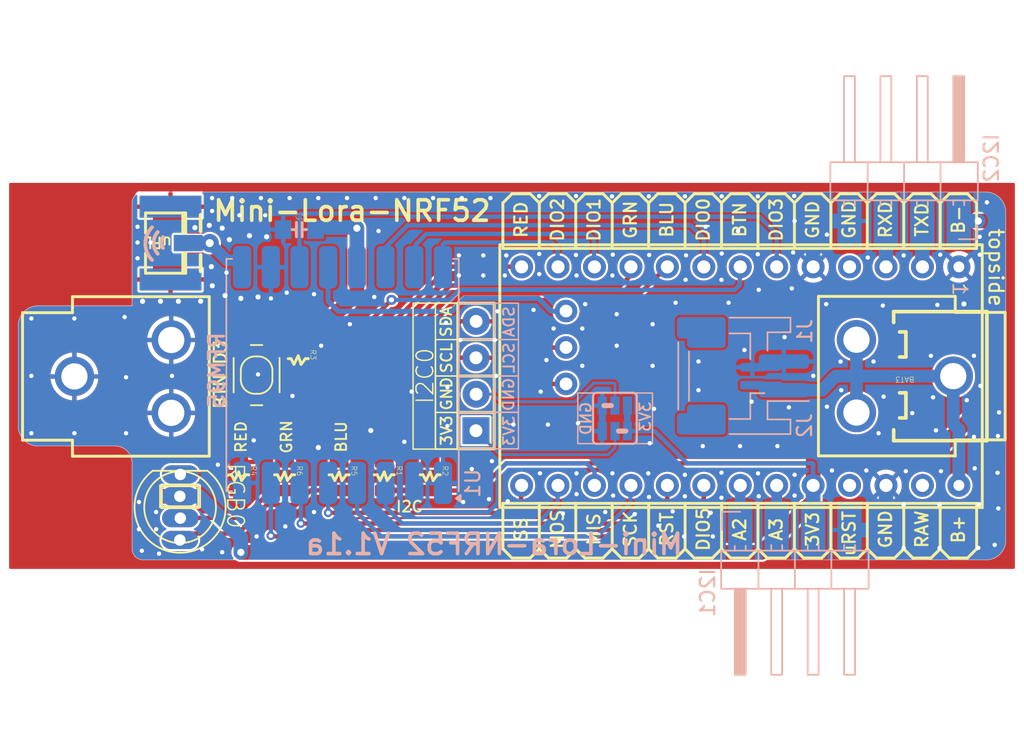
<source format=kicad_pcb>
(kicad_pcb (version 20240108) (generator "pcbnew") (generator_version "8.0")
  (layers (0 "F.Cu" signal) (31 "B.Cu" signal) (34 "B.Paste" user) (35 "F.Paste" user) (36 "B.SilkS" user "B.Silkscreen") (37 "F.SilkS" user "F.Silkscreen") (38 "B.Mask" user) (39 "F.Mask" user) (44 "Edge.Cuts" user))
  (net 0 "")
  (net 1 "GND")
  (net 2 "+BATT")
  (net 3 "+3V3")
  (net 4 "/D3")
  (net 5 "/SCL")
  (net 6 "Net-(I2C0-Pad2)")
  (net 7 "/SDA")
  (net 8 "Net-(I2C0-Pad1)")
  (net 9 "Net-(U1-ANT)")
  (net 10 "/GREEN")
  (net 11 "/BLUE")
  (net 12 "/RED")
  (net 14 "/MOSI")
  (net 15 "/TX")
  (net 16 "/DIO2")
  (net 17 "/SCK")
  (net 18 "VCC")
  (net 19 "/MISO")
  (net 20 "/A2")
  (net 21 "/RESET")
  (net 22 "/SS")
  (net 24 "/RX")
  (net 25 "/DIO0")
  (net 26 "/DIO1")
  (net 27 "/A3")
  (net 28 "Net-(RGB0-RED)")
  (net 29 "Net-(RGB0-BLUE)")
  (net 30 "Net-(RGB0-GREEN)")
  (net 31 "/DIO3")
  (net 32 "/DIO4")
  (net 33 "/DIO5")
  (footprint "Mini-Lora:0805-RES" (layer "F.Cu") (at 136.45 112 -90)
    (property "Reference" "R5")
    (property "Value" "100")
  )
  (footprint "Mini-Lora:SW4-SMD-4.2X3.2X2.5MM" (layer "F.Cu") (at 130.7 104.95 90)
    (property "Reference" "BTN0" (hide yes))
    (property "Value" "DHT-4235A")
  )
  (footprint "Mini-Lora:0805-RES" (layer "F.Cu") (at 129.45 112 -90)
    (property "Reference" "R4")
    (property "Value" "220")
  )
  (footprint "Mini-Lora:0805-RES" (layer "F.Cu") (at 133.6 103.9 -90)
    (property "Reference" "R3")
    (property "Value" "10K")
  )
  (footprint "Mini-Lora:0805-RES" (layer "F.Cu") (at 139.6 112 -90)
    (property "Reference" "R1")
    (property "Value" "4.7K")
  )
  (footprint "Curtis_Items:BATTERY_18650-HOLDER" (layer "F.Cu") (at 148.63 105.03 180)
    (property "Reference" "BAT3")
    (property "Value" "18650")
  )
  (footprint "Mini-Lora:SMA_UFL_PAD_TINY" (layer "F.Cu") (at 122.3505 95.74 180)
    (property "Reference" "J$2" (hide yes))
    (property "Value" "ANTENNATINY")
  )
  (footprint "Mini-Lora:LED5MMRGB_ST" (layer "F.Cu") (at 125.3659 114.162 -90)
    (property "Reference" "RGB0")
    (property "Value" "RGBLED")
  )
  (footprint "Mini-Lora:0805-RES" (layer "F.Cu") (at 132.65 112 -90)
    (property "Reference" "R6")
    (property "Value" "100")
  )
  (footprint "Mini-Lora:1X04_NO_LOCK" (layer "F.Cu") (at 145.86665 105.01 90)
    (property "Reference" "I2C0")
    (property "Value" "CON_HEADER_1X04'NO_LOCK'" (hide yes))
  )
  (footprint "Mini-Lora:0805-RES" (layer "F.Cu") (at 142.8 112 -90)
    (property "Reference" "R2")
    (property "Value" "4.7K")
  )
  (footprint "Curtis_Items:SuperMini NRF52840" (layer "F.Cu") (at 179.65 97.4 -90)
    (property "Reference" "MOD1" (hide yes))
    (property "Value" "~")
  )
  (footprint "Curtis_Items:PinHeader_1x04_P2.54mm_Horizontal_SMD" (layer "B.Cu") (at 164.41 115.75 -90)
    (property "Reference" "I2C1")
    (property "Value" "CON_HEADER_1X04'NO_LOCK'")
  )
  (footprint "Connector_JST:JST_GH_SM02B-GHS-TB_1x02-1MP_P1.25mm_Horizontal" (layer "B.Cu") (at 163.4 105.025 90)
    (property "Reference" "J2")
    (property "Value" "BATT")
  )
  (footprint "Mini-Lora:PAD-JUMPER-SWAP" (layer "B.Cu") (at 155.6737 107.961)
    (property "Reference" "U$1" (hide yes))
    (property "Value" "PAD-JUMPER-SWAPSWAP")
  )
  (footprint "RF_Module:HOPERF_RFM9XW_SMD" (layer "B.Cu") (at 136.689915 104.942894 90)
    (property "Reference" "U1")
    (property "Value" "RFM95W-915S2")
  )
  (footprint "Connector_JST:JST_PH_S2B-PH-SM4-TB_1x02-1MP_P2.00mm_Horizontal" (layer "B.Cu") (at 164.6 105 90)
    (property "Reference" "J1")
    (property "Value" "BATT")
  )
  (footprint "Curtis_Items:PinHeader_1x04_P2.54mm_Horizontal_SMD" (layer "B.Cu") (at 179.64 94.2 90)
    (property "Reference" "I2C2")
    (property "Value" "CON_HEADER_1X04'NO_LOCK'")
  )
  (footprint "Mini-Lora:0805-CAP-LARGEPADS" (layer "B.Cu") (at 133.673 94.8)
    (property "Reference" "C2")
    (property "Value" "10uF")
  )
  (gr_rect (start 144.78 105.01) (end 147.26365 107.5436) (stroke (width 0.1)) (fill none) (layer "B.SilkS"))
  (gr_rect (start 147.26365 99.93) (end 148.9456 102.47) (stroke (width 0.1)) (fill none) (layer "B.SilkS"))
  (gr_rect (start 147.26365 107.5436) (end 148.9456 110.09) (stroke (width 0.1)) (fill none) (layer "B.SilkS"))
  (gr_rect (start 144.78 107.5436) (end 147.26365 110.09) (stroke (width 0.1)) (fill none) (layer "B.SilkS"))
  (gr_rect (start 147.26365 105.01) (end 148.9456 107.5436) (stroke (width 0.1)) (fill none) (layer "B.SilkS"))
  (gr_rect (start 153.0858 106.1974) (end 158.2928 109.728) (stroke (width 0.1)) (fill none) (layer "B.SilkS"))
  (gr_rect (start 147.26365 102.47) (end 148.9456 105.01) (stroke (width 0.1)) (fill none) (layer "B.SilkS"))
  (gr_rect (start 144.78 102.4636) (end 147.26365 105.01) (stroke (width 0.1)) (fill none) (layer "B.SilkS"))
  (gr_rect (start 144.78 99.93) (end 147.26365 102.4636) (stroke (width 0.1)) (fill none) (layer "B.SilkS"))
  (gr_line (start 160.565915 117.068644) (end 161.200915 117.703644) (stroke (width 0.2032)) (layer "F.SilkS"))
  (gr_line (start 178.345915 92.938644) (end 178.345915 96.113644) (stroke (width 0.2032)) (layer "F.SilkS"))
  (gr_line (start 170.725915 92.938644) (end 170.090915 92.303644) (stroke (width 0.2032)) (layer "F.SilkS"))
  (gr_line (start 168.185915 92.938644) (end 168.185915 96.113644) (stroke (width 0.2032)) (layer "F.SilkS"))
  (gr_line (start 173.900915 92.303644) (end 173.265915 92.938644) (stroke (width 0.2032)) (layer "F.SilkS"))
  (gr_line (start 173.900915 117.703644) (end 175.170915 117.703644) (stroke (width 0.2032)) (layer "F.SilkS"))
  (gr_line (start 170.725915 113.893644) (end 168.185915 113.893644) (stroke (width 0.2032)) (layer "F.SilkS"))
  (gr_line (start 147.865915 117.068644) (end 148.500915 117.703644) (stroke (width 0.2032)) (layer "F.SilkS"))
  (gr_rect (start 143.164325 105.01) (end 144.72365 107.55) (stroke (width 0.1)) (fill none) (layer "F.SilkS"))
  (gr_line (start 175.805915 96.113644) (end 178.345915 96.113644) (stroke (width 0.2032)) (layer "F.SilkS"))
  (gr_line (start 150.405915 117.068644) (end 150.405915 113.893644) (stroke (width 0.2032)) (layer "F.SilkS"))
  (gr_line (start 180.885915 92.938644) (end 180.250915 92.303644) (stroke (width 0.2032)) (layer "F.SilkS"))
  (gr_line (start 173.265915 113.893644) (end 170.725915 113.893644) (stroke (width 0.2032)) (layer "F.SilkS"))
  (gr_line (start 157.390915 92.303644) (end 156.120915 92.303644) (stroke (width 0.2032)) (layer "F.SilkS"))
  (gr_line (start 158.025915 96.113644) (end 160.565915 96.113644) (stroke (width 0.2032)) (layer "F.SilkS"))
  (gr_line (start 152.945915 117.068644) (end 153.580915 117.703644) (stroke (width 0.2032)) (layer "F.SilkS"))
  (gr_rect (start 141.605 99.93) (end 144.72365 110.109) (stroke (width 0.1)) (fill none) (layer "F.SilkS"))
  (gr_line (start 147.865915 96.113644) (end 150.405915 96.113644) (stroke (width 0.2032)) (layer "F.SilkS"))
  (gr_line (start 175.805915 92.938644) (end 175.805915 96.113644) (stroke (width 0.2032)) (layer "F.SilkS"))
  (gr_line (start 173.265915 92.938644) (end 173.265915 96.113644) (stroke (width 0.2032)) (layer "F.SilkS"))
  (gr_line (start 180.250915 117.703644) (end 180.885915 117.068644) (stroke (width 0.2032)) (layer "F.SilkS"))
  (gr_line (start 158.025915 92.938644) (end 158.025915 96.113644) (stroke (width 0.2032)) (layer "F.SilkS"))
  (gr_line (start 158.025915 117.068644) (end 158.025915 113.893644) (stroke (width 0.2032)) (layer "F.SilkS"))
  (gr_line (start 159.930915 92.303644) (end 158.660915 92.303644) (stroke (width 0.2032)) (layer "F.SilkS"))
  (gr_line (start 150.405915 92.938644) (end 150.405915 96.113644) (stroke (width 0.2032)) (layer "F.SilkS"))
  (gr_line (start 163.105915 117.068644) (end 163.105915 113.893644) (stroke (width 0.2032)) (layer "F.SilkS"))
  (gr_line (start 167.550915 117.703644) (end 168.185915 117.068644) (stroke (width 0.2032)) (layer "F.SilkS"))
  (gr_line (start 178.345915 92.938644) (end 178.345915 96.113644) (stroke (width 0.2032)) (layer "F.SilkS"))
  (gr_line (start 149.770915 117.703644) (end 150.405915 117.068644) (stroke (width 0.2032)) (layer "F.SilkS"))
  (gr_line (start 171.360915 117.703644) (end 172.630915 117.703644) (stroke (width 0.2032)) (layer "F.SilkS"))
  (gr_line (start 160.565915 92.938644) (end 159.930915 92.303644) (stroke (width 0.2032)) (layer "F.SilkS"))
  (gr_line (start 155.485915 117.068644) (end 155.485915 113.893644) (stroke (width 0.2032)) (layer "F.SilkS"))
  (gr_rect (start 143.164325 99.93) (end 144.72365 110.109) (stroke (width 0.1)) (fill none) (layer "F.SilkS"))
  (gr_line (start 147.865915 117.068644) (end 147.865915 113.893644) (stroke (width 0.2032)) (layer "F.SilkS"))
  (gr_line (start 158.660915 117.703644) (end 159.930915 117.703644) (stroke (width 0.2032)) (layer "F.SilkS"))
  (gr_line (start 152.945915 96.113644) (end 155.485915 96.113644) (stroke (width 0.2032)) (layer "F.SilkS"))
  (gr_line (start 155.485915 92.938644) (end 155.485915 96.113644) (stroke (width 0.2032)) (layer "F.SilkS"))
  (gr_line (start 160.565915 96.113644) (end 163.105915 96.113644) (stroke (width 0.2032)) (layer "F.SilkS"))
  (gr_line (start 153.580915 92.303644) (end 152.945915 92.938644) (stroke (width 0.2032)) (layer "F.SilkS"))
  (gr_line (start 167.550915 92.303644) (end 166.280915 92.303644) (stroke (width 0.2032)) (layer "F.SilkS"))
  (gr_line (start 148.500915 117.703644) (end 149.770915 117.703644) (stroke (width 0.2032)) (layer "F.SilkS"))
  (gr_line (start 165.010915 92.303644) (end 163.740915 92.303644) (stroke (width 0.2032)) (layer "F.SilkS"))
  (gr_line (start 178.345915 92.938644) (end 177.710915 92.303644) (stroke (width 0.2032)) (layer "F.SilkS"))
  (gr_line (start 152.945915 113.893644) (end 150.405915 113.893644) (stroke (width 0.2032)) (layer "F.SilkS"))
  (gr_line (start 158.025915 117.068644) (end 158.660915 117.703644) (stroke (width 0.2032)) (layer "F.SilkS"))
  (gr_line (start 162.470915 117.703644) (end 163.105915 117.068644) (stroke (width 0.2032)) (layer "F.SilkS"))
  (gr_line (start 170.090915 92.303644) (end 168.820915 92.303644) (stroke (width 0.2032)) (layer "F.SilkS"))
  (gr_line (start 152.945915 92.938644) (end 152.945915 96.113644) (stroke (width 0.2032)) (layer "F.SilkS"))
  (gr_line (start 171.360915 92.303644) (end 170.725915 92.938644) (stroke (width 0.2032)) (layer "F.SilkS"))
  (gr_line (start 173.265915 96.113644) (end 175.805915 96.113644) (stroke (width 0.2032)) (layer "F.SilkS"))
  (gr_line (start 157.390915 117.703644) (end 158.025915 117.068644) (stroke (width 0.2032)) (layer "F.SilkS"))
  (gr_line (start 156.120915 92.303644) (end 155.485915 92.938644) (stroke (width 0.2032)) (layer "F.SilkS"))
  (gr_line (start 163.105915 113.893644) (end 160.565915 113.893644) (stroke (width 0.2032)) (layer "F.SilkS"))
  (gr_line (start 154.850915 92.303644) (end 153.580915 92.303644) (stroke (width 0.2032)) (layer "F.SilkS"))
  (gr_line (start 168.185915 113.893644) (end 165.645915 113.893644) (stroke (width 0.2032)) (layer "F.SilkS"))
  (gr_line (start 176.440915 92.303644) (end 175.805915 92.938644) (stroke (width 0.2032)) (layer "F.SilkS"))
  (gr_line (start 180.885915 92.938644) (end 180.885915 96.113644) (stroke (width 0.2032)) (layer "F.SilkS"))
  (gr_rect (start 143.164325 107.55) (end 144.72365 110.109) (stroke (width 0.1)) (fill none) (layer "F.SilkS"))
  (gr_line (start 163.105915 92.938644) (end 162.470915 92.303644) (stroke (width 0.2032)) (layer "F.SilkS"))
  (gr_line (start 175.805915 117.068644) (end 176.440915 117.703644) (stroke (width 0.2032)) (layer "F.SilkS"))
  (gr_line (start 165.010915 117.703644) (end 165.645915 117.068644) (stroke (width 0.2032)) (layer "F.SilkS"))
  (gr_line (start 151.040915 117.703644) (end 152.310915 117.703644) (stroke (width 0.2032)) (layer "F.SilkS"))
  (gr_line (start 178.345915 113.893644) (end 178.345915 117.068644) (stroke (width 0.2032)) (layer "F.SilkS"))
  (gr_line (start 180.885915 113.893644) (end 180.885915 117.068644) (stroke (width 0.2032)) (layer "F.SilkS"))
  (gr_line (start 175.805915 92.938644) (end 175.170915 92.303644) (stroke (width 0.2032)) (layer "F.SilkS"))
  (gr_line (start 152.310915 117.703644) (end 152.945915 117.068644) (stroke (width 0.2032)) (layer "F.SilkS"))
  (gr_line (start 180.250915 92.303644) (end 178.980915 92.303644) (stroke (width 0.2032)) (layer "F.SilkS"))
  (gr_line (start 150.405915 96.113644) (end 152.945915 96.113644) (stroke (width 0.2032)) (layer "F.SilkS"))
  (gr_line (start 155.485915 92.938644) (end 154.850915 92.303644) (stroke (width 0.2032)) (layer "F.SilkS"))
  (gr_line (start 156.120915 117.703644) (end 157.390915 117.703644) (stroke (width 0.2032)) (layer "F.SilkS"))
  (gr_line (start 163.105915 92.938644) (end 163.105915 96.113644) (stroke (width 0.2032)) (layer "F.SilkS"))
  (gr_line (start 160.565915 92.938644) (end 160.565915 96.113644) (stroke (width 0.2032)) (layer "F.SilkS"))
  (gr_line (start 155.485915 117.068644) (end 156.120915 117.703644) (stroke (width 0.2032)) (layer "F.SilkS"))
  (gr_line (start 168.820915 117.703644) (end 170.090915 117.703644) (stroke (width 0.2032)) (layer "F.SilkS"))
  (gr_rect (start 143.164325 102.47) (end 144.72365 105.01) (stroke (width 0.1)) (fill none) (layer "F.SilkS"))
  (gr_line (start 148.500915 92.303644) (end 147.865915 92.938644) (stroke (width 0.2032)) (layer "F.SilkS"))
  (gr_line (start 152.310915 92.303644) (end 151.040915 92.303644) (stroke (width 0.2032)) (layer "F.SilkS"))
  (gr_line (start 178.980915 92.303644) (end 178.345915 92.938644) (stroke (width 0.2032)) (layer "F.SilkS"))
  (gr_line (start 160.565915 113.893644) (end 155.485915 113.893644) (stroke (width 0.2032)) (layer "F.SilkS"))
  (gr_line (start 165.645915 92.938644) (end 165.010915 92.303644) (stroke (width 0.2032)) (layer "F.SilkS"))
  (gr_line (start 173.265915 117.068644) (end 173.900915 117.703644) (stroke (width 0.2032)) (layer "F.SilkS"))
  (gr_line (start 178.345915 96.113644) (end 180.885915 96.113644) (stroke (width 0.2032)) (layer "F.SilkS"))
  (gr_line (start 149.770915 92.303644) (end 148.500915 92.303644) (stroke (width 0.2032)) (layer "F.SilkS"))
  (gr_line (start 178.345915 113.893644) (end 175.805915 113.893644) (stroke (width 0.2032)) (layer "F.SilkS"))
  (gr_line (start 161.200915 117.703644) (end 162.470915 117.703644) (stroke (width 0.2032)) (layer "F.SilkS"))
  (gr_line (start 170.725915 117.068644) (end 171.360915 117.703644) (stroke (width 0.2032)) (layer "F.SilkS"))
  (gr_line (start 178.980915 117.703644) (end 180.250915 117.703644) (stroke (width 0.2032)) (layer "F.SilkS"))
  (gr_line (start 165.645915 96.113644) (end 165.645915 92.938644) (stroke (width 0.2032)) (layer "F.SilkS"))
  (gr_line (start 177.710915 92.303644) (end 176.440915 92.303644) (stroke (width 0.2032)) (layer "F.SilkS"))
  (gr_line (start 153.580915 117.703644) (end 154.850915 117.703644) (stroke (width 0.2032)) (layer "F.SilkS"))
  (gr_line (start 180.885915 113.893644) (end 178.345915 113.893644) (stroke (width 0.2032)) (layer "F.SilkS"))
  (gr_line (start 175.170915 92.303644) (end 173.900915 92.303644) (stroke (width 0.2032)) (layer "F.SilkS"))
  (gr_line (start 168.185915 117.068644) (end 168.820915 117.703644) (stroke (width 0.2032)) (layer "F.SilkS"))
  (gr_line (start 150.405915 117.068644) (end 151.040915 117.703644) (stroke (width 0.2032)) (layer "F.SilkS"))
  (gr_line (start 163.105915 96.113644) (end 168.185915 96.113644) (stroke (width 0.2032)) (layer "F.SilkS"))
  (gr_line (start 165.645915 113.893644) (end 163.105915 113.893644) (stroke (width 0.2032)) (layer "F.SilkS"))
  (gr_line (start 161.200915 92.303644) (end 160.565915 92.938644) (stroke (width 0.2032)) (layer "F.SilkS"))
  (gr_line (start 159.930915 117.703644) (end 160.565915 117.068644) (stroke (width 0.2032)) (layer "F.SilkS"))
  (gr_line (start 177.710915 117.703644) (end 178.345915 117.068644) (stroke (width 0.2032)) (layer "F.SilkS"))
  (gr_line (start 162.470915 92.303644) (end 161.200915 92.303644) (stroke (width 0.2032)) (layer "F.SilkS"))
  (gr_line (start 172.630915 117.703644) (end 173.265915 117.068644) (stroke (width 0.2032)) (layer "F.SilkS"))
  (gr_line (start 175.805915 113.893644) (end 173.265915 113.893644) (stroke (width 0.2032)) (layer "F.SilkS"))
  (gr_line (start 176.440915 117.703644) (end 177.710915 117.703644) (stroke (width 0.2032)) (layer "F.SilkS"))
  (gr_line (start 165.645915 117.068644) (end 166.280915 117.703644) (stroke (width 0.2032)) (layer "F.SilkS"))
  (gr_line (start 152.945915 92.938644) (end 152.310915 92.303644) (stroke (width 0.2032)) (layer "F.SilkS"))
  (gr_line (start 147.865915 96.113644) (end 147.865915 92.938644) (stroke (width 0.2032)) (layer "F.SilkS"))
  (gr_line (start 163.105915 117.068644) (end 163.740915 117.703644) (stroke (width 0.2032)) (layer "F.SilkS"))
  (gr_line (start 170.725915 92.938644) (end 170.725915 96.113644) (stroke (width 0.2032)) (layer "F.SilkS"))
  (gr_line (start 165.645915 117.068644) (end 165.645915 113.893644) (stroke (width 0.2032)) (layer "F.SilkS"))
  (gr_line (start 166.280915 92.303644) (end 165.645915 92.938644) (stroke (width 0.2032)) (layer "F.SilkS"))
  (gr_line (start 152.945915 117.068644) (end 152.945915 113.893644) (stroke (width 0.2032)) (layer "F.SilkS"))
  (gr_line (start 170.725915 96.113644) (end 173.265915 96.113644) (stroke (width 0.2032)) (layer "F.SilkS"))
  (gr_line (start 168.820915 92.303644) (end 168.185915 92.938644) (stroke (width 0.2032)) (layer "F.SilkS"))
  (gr_line (start 173.265915 92.938644) (end 172.630915 92.303644) (stroke (width 0.2032)) (layer "F.SilkS"))
  (gr_line (start 158.660915 92.303644) (end 158.025915 92.938644) (stroke (width 0.2032)) (layer "F.SilkS"))
  (gr_line (start 175.805915 117.068644) (end 175.805915 113.893644) (stroke (width 0.2032)) (layer "F.SilkS"))
  (gr_line (start 163.740915 117.703644) (end 165.010915 117.703644) (stroke (width 0.2032)) (layer "F.SilkS"))
  (gr_line (start 160.565915 113.893644) (end 160.565915 117.068644) (stroke (width 0.2032)) (layer "F.SilkS"))
  (gr_line (start 168.185915 92.938644) (end 167.550915 92.303644) (stroke (width 0.2032)) (layer "F.SilkS"))
  (gr_line (start 168.185915 117.068644) (end 168.185915 113.893644) (stroke (width 0.2032)) (layer "F.SilkS"))
  (gr_line (start 172.630915 92.303644) (end 171.360915 92.303644) (stroke (width 0.2032)) (layer "F.SilkS"))
  (gr_line (start 170.725915 117.068644) (end 170.725915 113.893644) (stroke (width 0.2032)) (layer "F.SilkS"))
  (gr_line (start 150.405915 92.938644) (end 149.770915 92.303644) (stroke (width 0.2032)) (layer "F.SilkS"))
  (gr_line (start 154.850915 117.703644) (end 155.485915 117.068644) (stroke (width 0.2032)) (layer "F.SilkS"))
  (gr_line (start 163.740915 92.303644) (end 163.105915 92.938644) (stroke (width 0.2032)) (layer "F.SilkS"))
  (gr_line (start 150.405915 113.893644) (end 147.865915 113.893644) (stroke (width 0.2032)) (layer "F.SilkS"))
  (gr_line (start 173.265915 117.068644) (end 173.265915 113.893644) (stroke (width 0.2032)) (layer "F.SilkS"))
  (gr_line (start 151.040915 92.303644) (end 150.405915 92.938644) (stroke (width 0.2032)) (layer "F.SilkS"))
  (gr_line (start 178.345915 117.068644) (end 178.980915 117.703644) (stroke (width 0.2032)) (layer "F.SilkS"))
  (gr_line (start 170.090915 117.703644) (end 170.725915 117.068644) (stroke (width 0.2032)) (layer "F.SilkS"))
  (gr_line (start 168.185915 96.113644) (end 170.725915 96.113644) (stroke (width 0.2032)) (layer "F.SilkS"))
  (gr_line (start 166.280915 117.703644) (end 167.550915 117.703644) (stroke (width 0.2032)) (layer "F.SilkS"))
  (gr_line (start 155.485915 113.893644) (end 152.945915 113.893644) (stroke (width 0.2032)) (layer "F.SilkS"))
  (gr_line (start 158.025915 92.938644) (end 157.390915 92.303644) (stroke (width 0.2032)) (layer "F.SilkS"))
  (gr_line (start 175.170915 117.703644) (end 175.805915 117.068644) (stroke (width 0.2032)) (layer "F.SilkS"))
  (gr_line (start 155.485915 96.113644) (end 158.025915 96.113644) (stroke (width 0.2032)) (layer "F.SilkS"))
  (gr_arc (start 182.917915 116.433644) (mid 182.540493 117.408321) (end 181.584415 117.830644) (stroke (width 0.0254)) (layer "Edge.Cuts"))
  (gr_arc (start 114.083915 101.511144) (mid 114.493087 100.523316) (end 115.480915 100.114144) (stroke (width 0.0254)) (layer "Edge.Cuts"))
  (gr_line (start 122.783415 92.176644) (end 122.751665 92.176644) (stroke (width 0.0254)) (layer "Edge.Cuts"))
  (gr_line (start 122.021415 100.114144) (end 115.480915 100.114144) (stroke (width 0.0254)) (layer "Edge.Cuts"))
  (gr_arc (start 115.480915 109.893144) (mid 114.493087 109.483972) (end 114.083915 108.496144) (stroke (width 0.0254)) (layer "Edge.Cuts"))
  (gr_line (start 181.489165 92.176644) (end 122.783415 92.176644) (stroke (width 0.0254)) (layer "Edge.Cuts"))
  (gr_line (start 122.021415 92.938644) (end 122.021415 100.114144) (stroke (width 0.0254)) (layer "Edge.Cuts"))
  (gr_arc (start 122.783415 117.830644) (mid 122.2446 117.607459) (end 122.021415 117.068644) (stroke (width 0.0254)) (layer "Edge.Cuts"))
  (gr_line (start 120.814915 109.893144) (end 115.480915 109.893144) (stroke (width 0.0254)) (layer "Edge.Cuts"))
  (gr_line (start 122.783415 117.830644) (end 181.584415 117.830644) (stroke (width 0.0254)) (layer "Edge.Cuts"))
  (gr_line (start 182.917915 116.433644) (end 182.917915 93.573644) (stroke (width 0.0254)) (layer "Edge.Cuts"))
  (gr_arc (start 120.814915 109.893144) (mid 121.654888 110.21477) (end 122.021415 111.036144) (stroke (width 0.0254)) (layer "Edge.Cuts"))
  (gr_arc (start 122.021415 92.938644) (mid 122.2446 92.399829) (end 122.783415 92.176644) (stroke (width 0.0254)) (layer "Edge.Cuts"))
  (gr_line (start 122.021415 111.036144) (end 122.021415 117.068644) (stroke (width 0.0254)) (layer "Edge.Cuts"))
  (gr_line (start 114.083915 101.511144) (end 114.083915 108.496144) (stroke (width 0.0254)) (layer "Edge.Cuts"))
  (gr_arc (start 181.489165 92.176644) (mid 182.492868 92.57924) (end 182.917915 93.573644) (stroke (width 0.0254)) (layer "Edge.Cuts"))
  (gr_text "Mini-Lora-NRF52 V1.1a" (at 147.25 116.75 0) (layer "B.SilkS") (effects (font (size 1.42494 1.42494) (thickness 0.25146)) (justify mirror)))
  (gr_text "SDA" (at 148.2852 101.219 90) (layer "B.SilkS") (effects (font (size 0.75565 0.75565) (thickness 0.13335)) (justify mirror)))
  (gr_text "3V3" (at 157.7848 107.8484 90) (layer "B.SilkS") (effects (font (size 0.75565 0.75565) (thickness 0.13335)) (justify mirror)))
  (gr_text "SCL" (at 148.2852 103.7336 90) (layer "B.SilkS") (effects (font (size 0.75565 0.75565) (thickness 0.13335)) (justify mirror)))
  (gr_text "3V3" (at 148.2852 108.839 90) (layer "B.SilkS") (effects (font (size 0.75565 0.75565) (thickness 0.13335)) (justify mirror)))
  (gr_text "GND" (at 153.6446 107.9754 90) (layer "B.SilkS") (effects (font (size 0.75565 0.75565) (thickness 0.13335)) (justify mirror)))
  (gr_text "GND" (at 148.2598 106.299 90) (layer "B.SilkS") (effects (font (size 0.75565 0.75565) (thickness 0.13335)) (justify mirror)))
  (gr_text "RFM95" (at 128.55 101.85 90) (layer "B.SilkS") (effects (font (size 1.0795 1.0795) (thickness 0.1905)) (justify left bottom mirror)))
  (gr_text "3V3" (at 143.9418 108.8136 90) (layer "F.SilkS") (effects (font (size 0.75565 0.75565) (thickness 0.13335))))
  (gr_text "RED" (at 129.609665 109.258144 90) (layer "F.SilkS") (effects (font (size 0.75565 0.75565) (thickness 0.13335))))
  (gr_text "GND" (at 171.990665 94.111644 90) (layer "F.SilkS") (effects (font (size 0.8636 0.8636) (thickness 0.1524))))
  (gr_text "uRST" (at 172 116 90) (layer "F.SilkS") (effects (font (size 0.8636 0.8636) (thickness 0.1524))))
  (gr_text "BLU" (at 136.594665 109.258144 90) (layer "F.SilkS") (effects (font (size 0.75565 0.75565) (thickness 0.13335))))
  (gr_text "SDA" (at 143.9164 101.219 90) (layer "F.SilkS") (effects (font (size 0.75565 0.75565) (thickness 0.13335))))
  (gr_text "Mini-Lora-NRF52" (at 137.35 93.5 0) (layer "F.SilkS") (effects (font (size 1.42494 1.42494) (thickness 0.25146))))
  (gr_text "BTN D3" (at 128.186165 104.910144 90) (layer "F.SilkS") (effects (font (size 0.8636 0.8636) (thickness 0.1524))))
  (gr_text "A2" (at 164.370665 115.701644 90) (layer "F.SilkS") (effects (font (size 0.8636 0.8636) (thickness 0.1524))))
  (gr_text "RAW" (at 177.070665 115.701644 90) (layer "F.SilkS") (effects (font (size 0.8636 0.8636) (thickness 0.1524))))
  (gr_text "B+" (at 179.610665 115.701644 90) (layer "F.SilkS") (effects (font (size 0.8636 0.8636) (thickness 0.1524))))
  (gr_text "DIO3" (at 166.910665 94.111644 90) (layer "F.SilkS") (effects (font (size 0.8636 0.8636) (thickness 0.1524))))
  (gr_text "B-" (at 179.610665 94.111644 90) (layer "F.SilkS") (effects (font (size 0.8636 0.8636) (thickness 0.1524))))
  (gr_text "BLU" (at 159.290665 94.111644 90) (layer "F.SilkS") (effects (font (size 0.8636 0.8636) (thickness 0.1524))))
  (gr_text "DIO2" (at 151.670665 94.111644 90) (layer "F.SilkS") (effects (font (size 0.8636 0.8636) (thickness 0.1524))))
  (gr_text "A3" (at 166.910665 115.701644 90) (layer "F.SilkS") (effects (font (size 0.8636 0.8636) (thickness 0.1524))))
  (gr_text "DIO1" (at 154.210665 94.111644 90) (layer "F.SilkS") (effects (font (size 0.8636 0.8636) (thickness 0.1524))))
  (gr_text "RST" (at 159.290665 115.701644 90) (layer "F.SilkS") (effects (font (size 0.8636 0.8636) (thickness 0.1524))))
  (gr_text "MOS" (at 151.670665 115.701644 90) (layer "F.SilkS") (effects (font (size 0.8636 0.8636) (thickness 0.1524))))
  (gr_text "GND" (at 169.450665 94.111644 90) (layer "F.SilkS") (effects (font (size 0.8636 0.8636) (thickness 0.1524))))
  (gr_text "BTN" (at 164.370665 94.111644 90) (layer "F.SilkS") (effects (font (size 0.8636 0.8636) (thickness 0.1524))))
  (gr_text "GRN" (at 132.784665 109.258144 90) (layer "F.SilkS") (effects (font (size 0.75565 0.75565) (thickness 0.13335))))
  (gr_text "GND" (at 143.9418 106.2482 90) (layer "F.SilkS") (effects (font (size 0.75565 0.75565) (thickness 0.13335))))
  (gr_text "DIO5" (at 161.830665 115.701644 90) (layer "F.SilkS") (effects (font (size 0.8636 0.8636) (thickness 0.1524))))
  (gr_text "RXD" (at 174.530665 94.111644 90) (layer "F.SilkS") (effects (font (size 0.8636 0.8636) (thickness 0.1524))))
  (gr_text "3V3" (at 169.450665 115.701644 90) (layer "F.SilkS") (effects (font (size 0.8636 0.8636) (thickness 0.1524))))
  (gr_text "TXD" (at 177.070665 94.111644 90) (layer "F.SilkS") (effects (font (size 0.8636 0.8636) (thickness 0.1524))))
  (gr_text "SCK" (at 156.750665 115.701644 90) (layer "F.SilkS") (effects (font (size 0.8636 0.8636) (thickness 0.1524))))
  (gr_text "RED" (at 149.130665 94.111644 90) (layer "F.SilkS") (effects (font (size 0.8636 0.8636) (thickness 0.1524))))
  (gr_text "GND" (at 174.530665 115.701644 90) (layer "F.SilkS") (effects (font (size 0.8636 0.8636) (thickness 0.1524))))
  (gr_text "MIS" (at 154.210665 115.701644 90) (layer "F.SilkS") (effects (font (size 0.8636 0.8636) (thickness 0.1524))))
  (gr_text "SCL" (at 143.9418 103.759 90) (layer "F.SilkS") (effects (font (size 0.75565 0.75565) (thickness 0.13335))))
  (gr_text "GRN" (at 156.750665 94.111644 90) (layer "F.SilkS") (effects (font (size 0.8636 0.8636) (thickness 0.1524))))
  (gr_text "SS" (at 149.130665 115.701644 90) (layer "F.SilkS") (effects (font (size 0.8636 0.8636) (thickness 0.1524))))
  (gr_text "I2C" (at 141.351 114.1222 0) (layer "F.SilkS") (effects (font (size 0.75565 0.75565) (thickness 0.13335))))
  (gr_text "DIO0" (at 161.830665 94.111644 90) (layer "F.SilkS") (effects (font (size 0.8636 0.8636) (thickness 0.1524))))
  (segment (start 117.830415 105.003644) (end 117.862915 105.003644) (width 0.3048) (layer "F.Cu") (net 1))
  (segment (start 117.862915 105.003644) (end 117.999915 104.993644) (width 0.3048) (layer "F.Cu") (net 1))
  (via (at 160.55 113.4) (size 0.6) (drill 0.3) (layers "F.Cu" "B.Cu") (net 1))
  (via (at 124 99.796644) (size 0.7112) (drill 0.3556) (layers "F.Cu" "B.Cu") (net 1))
  (via (at 128.6 97.8) (size 0.6) (drill 0.3) (layers "F.Cu" "B.Cu") (net 1))
  (via (at 152.05 114.6) (size 0.6) (drill 0.3) (layers "F.Cu" "B.Cu") (net 1))
  (via (at 164.7 103.2) (size 0.6) (drill 0.3) (layers "F.Cu" "B.Cu") (net 1))
  (via (at 148 98) (size 0.6) (drill 0.3) (layers "F.Cu" "B.Cu") (net 1))
  (via (at 161.5 104) (size 0.6) (drill 0.3) (layers "F.Cu" "B.Cu") (net 1))
  (via (at 131.4 95.3) (size 0.7112) (drill 0.3556) (layers "F.Cu" "B.Cu") (net 1))
  (via (at 122.4 96.8) (size 0.6) (drill 0.3) (layers "F.Cu" "B.Cu") (net 1))
  (via (at 134.7 99.3) (size 0.6) (drill 0.3) (layers "F.Cu" "B.Cu") (net 1))
  (via (at 127.545915 97.383644) (size 0.7112) (drill 0.3556) (layers "F.Cu" "B.Cu") (net 1))
  (via (at 137.2 101.4) (size 0.6) (drill 0.3) (layers "F.Cu" "B.Cu") (net 1))
  (via (at 152.9588 92.456) (size 0.6) (drill 0.3) (layers "F.Cu" "B.Cu") (net 1))
  (via (at 173.3 96.75) (size 0.6) (drill 0.3) (layers "F.Cu" "B.Cu") (net 1))
  (via (at 181 117) (size 0.6) (drill 0.3) (layers "F.Cu" "B.Cu") (net 1))
  (via (at 147 92.6) (size 0.6) (drill 0.3) (layers "F.Cu" "B.Cu") (net 1))
  (via (at 132.7 115.5) (size 0.6) (drill 0.3) (layers "F.Cu" "B.Cu") (net 1))
  (via (at 164.4 109.9) (size 0.6) (drill 0.3) (layers "F.Cu" "B.Cu") (net 1))
  (via (at 158.3 101.4) (size 0.6) (drill 0.3) (layers "F.Cu" "B.Cu") (net 1))
  (via (at 163.1188 96.4692) (size 0.6) (drill 0.3) (layers "F.Cu" "B.Cu") (net 1))
  (via (at 182.1434 116.7892) (size 0.6) (drill 0.3) (layers "F.Cu" "B.Cu") (net 1))
  (via (at 130.5 109.5) (size 0.6) (drill 0.3) (layers "F.Cu" "B.Cu") (net 1))
  (via (at 121.6 109) (size 0.6) (drill 0.3) (layers "F.Cu" "B.Cu") (net 1))
  (via (at 148.1 96.6) (size 0.6) (drill 0.3) (layers "F.Cu" "B.Cu") (net 1))
  (via (at 167.5 102.3) (size 0.6) (drill 0.3) (layers "F.Cu" "B.Cu") (net 1))
  (via (at 181.6 92.9) (size 0.6) (drill 0.3) (layers "F.Cu" "B.Cu") (net 1))
  (via (at 165.6334 92.4814) (size 0.6) (drill 0.3) (layers "F.Cu" "B.Cu") (net 1))
  (via (at 170.45 107.15) (size 0.6) (drill 0.3) (layers "F.Cu" "B.Cu") (net 1))
  (via (at 133.2 106.4) (size 0.6) (drill 0.3) (layers "F.Cu" "B.Cu") (net 1))
  (via (at 144 108.5) (size 0.6) (drill 0.3) (layers "F.Cu" "B.Cu") (net 1))
  (via (at 146.5 98) (size 0.6) (drill 0.3) (layers "F.Cu" "B.Cu") (net 1))
  (via (at 182.45 107.55) (size 0.6) (drill 0.3) (layers "F.Cu" "B.Cu") (net 1))
  (via (at 134.7 114.5) (size 0.6) (drill 0.3) (layers "F.Cu" "B.Cu") (net 1))
  (via (at 115 105) (size 0.6) (drill 0.3) (layers "F.Cu" "B.Cu") (net 1))
  (via (at 161.8 109.9) (size 0.6) (drill 0.3) (layers "F.Cu" "B.Cu") (net 1))
  (via (at 137 92.6) (size 0.6) (drill 0.3) (layers "F.Cu" "B.Cu") (net 1))
  (via (at 147.4 105) (size 0.6) (drill 0.3) (layers "F.Cu" "B.Cu") (net 1))
  (via (at 130.8 99.5) (size 0.7112) (drill 0.3556) (layers "F.Cu" "B.Cu") (net 1))
  (via (at 162.35 114.55) (size 0.6) (drill 0.3) (layers "F.Cu" "B.Cu") (net 1))
  (via (at 171.45 106) (size 0.6) (drill 0.3) (layers "F.Cu" "B.Cu") (net 1))
  (via (at 122.75 99.8) (size 0.7112) (drill 0.3556) (layers "F.Cu" "B.Cu") (net 1))
  (via (at 157.05 114.65) (size 0.6) (drill 0.3) (layers "F.Cu" "B.Cu") (net 1))
  (via (at 144.8 98) (size 0.6) (drill 0.3) (layers "F.Cu" "B.Cu") (net 1))
  (via (at 148.6 108.4) (size 0.6) (drill 0.3) (layers "F.Cu" "B.Cu") (net 1))
  (via (at 122.5 115.7) (size 0.6) (drill 0.3) (layers "F.Cu" "B.Cu") (net 1))
  (via (at 146.5 96.6) (size 0.6) (drill 0.3) (layers "F.Cu" "B.Cu") (net 1))
  (via (at 150.9 103.9) (size 0.6) (drill 0.3) (layers "F.Cu" "B.Cu") (net 1))
  (via (at 145.1 113.8) (size 0.6) (drill 0.3) (layers "F.Cu" "B.Cu") (net 1))
  (via (at 181.05 113.95) (size 0.6) (drill 0.3) (layers "F.Cu" "B.Cu") (net 1))
  (via (at 178.15 100.05) (size 0.6) (drill 0.3) (layers "F.Cu" "B.Cu") (net 1))
  (via (at 151.4 101.7) (size 0.6) (drill 0.3) (layers "F.Cu" "B.Cu") (net 1))
  (via (at 175.8 96.6) (size 0.6) (drill 0.3) (layers "F.Cu" "B.Cu") (net 1))
  (via (at 170.4 100) (size 0.6) (drill 0.3) (layers "F.Cu" "B.Cu") (net 1))
  (via (at 168.0972 96.393) (size 0.6) (drill 0.3) (layers "F.Cu" "B.Cu") (net 1))
  (via (at 174.4 106.45) (size 0.6) (drill 0.3) (layers "F.Cu" "B.Cu") (net 1))
  (via (at 158.05 113.45) (size 0.6) (drill 0.3) (layers "F.Cu" "B.Cu") (net 1))
  (via (at 124.8 105) (size 0.6) (drill 0.3) (layers "F.Cu" "B.Cu") (net 1))
  (via (at 181.15 105.7) (size 0.6) (drill 0.3) (layers "F.Cu" "B.Cu") (net 1))
  (via (at 121.6 105.1) (size 0.6) (drill 0.3) (layers "F.Cu" "B.Cu") (net 1))
  (via (at 129.5 93.8) (size 0.6) (drill 0.3) (layers "F.Cu" "B.Cu") (net 1))
  (via (at 165.2 106.8) (size 0.6) (drill 0.3) (layers "F.Cu" "B.Cu") (net 1))
  (via (at 158.0388 92.4814) (size 0.6) (drill 0.3) (layers "F.Cu" "B.Cu") (net 1))
  (via (at 127.609415 98.717144) (size 0.7112) (drill 0.3556) (layers "F.Cu" "B.Cu") (net 1))
  (via (at 169.5 105) (size 0.6) (drill 0.3) (layers "F.Cu" "B.Cu") (net 1))
  (via (at 162 94.6) (size 0.6) (drill 0.3) (layers "F.Cu" "B.Cu") (net 1))
  (via (at 150.4 97.9) (size 0.6) (drill 0.3) (layers "F.Cu" "B.Cu") (net 1))
  (via (at 150.3934 92.456) (size 0.6) (drill 0.3) (layers "F.Cu" "B.Cu") (net 1))
  (via (at 160.6296 96.5962) (size 0.6) (drill 0.3) (layers "F.Cu" "B.Cu") (net 1))
  (via (at 159.7 114.45) (size 0.6) (drill 0.3) (layers "F.Cu" "B.Cu") (net 1))
  (via (at 163.1 113.5) (size 0.6) (drill 0.3) (layers "F.Cu" "B.Cu") (net 1))
  (via (at 118 109) (size 0.6) (drill 0.3) (layers "F.Cu" "B.Cu") (net 1))
  (via (at 126.8 99.796644) (size 0.7112) (drill 0.3556) (layers "F.Cu" "B.Cu") (net 1))
  (via (at 138.9 99.5) (size 0.6) (drill 0.3) (layers "F.Cu" "B.Cu") (net 1))
  (via (at 158.0642 96.5708) (size 0.6) (drill 0.3) (layers "F.Cu" "B.Cu") (net 1))
  (via (at 174.35 100.1) (size 0.6) (drill 0.3) (layers "F.Cu" "B.Cu") (net 1))
  (via (at 147.3 102.5) (size 0.6) (drill 0.3) (layers "F.Cu" "B.Cu") (net 1))
  (via (at 153.4 101.7) (size 0.6) (drill 0.3) (layers "F.Cu" "B.Cu") (net 1))
  (via (at 128.3 94.7) (size 0.7112) (drill 0.3556) (layers "F.Cu" "B.Cu") (net 1))
  (via (at 155.5 98) (size 0.6) (drill 0.3) (layers "F.Cu" "B.Cu") (net 1))
  (via (at 132.8 99.2) (size 0.6) (drill 0.3) (layers "F.Cu" "B.Cu") (net 1))
  (via (at 121.5 100.9) (size 0.6) (drill 0.3) (layers "F.Cu" "B.Cu") (net 1))
  (via (at 163.1 111.75) (size 0.6) (drill 0.3) (layers "F.Cu" "B.Cu") (net 1))
  (via (at 122.7 117.2) (size 0.6) (drill 0.3) (layers "F.Cu" "B.Cu") (net 1))
  (via (at 131 92.6) (size 0.6) (drill 0.3) (layers "F.Cu" "B.Cu") (net 1))
  (via (at 178.3 117) (size 0.6) (drill 0.3) (layers "F.Cu" "B.Cu") (net 1))
  (via (at 125.25 99.8) (size 0.7112) (drill 0.3556) (layers "F.Cu" "B.Cu") (net 1))
  (via (at 123.7 114.5) (size 0.6) (drill 0.3) (layers "F.Cu" "B.Cu") (net 1))
  (via (at 128 111.2) (size 0.6) (drill 0.3) (layers "F.Cu" "B.Cu") (net 1))
  (via (at 168.2 94.2) (size 0.6) (drill 0.3) (layers "F.Cu" "B.Cu") (net 1))
  (via (at 155.5242 96.5454) (size 0.6) (drill 0.3) (layers "F.Cu" "B.Cu") (net 1))
  (via (at 147.5 100.5) (size 0.6) (drill 0.3) (layers "F.Cu" "B.Cu") (net 1))
  (via (at 158.4 107.3) (size 0.6) (drill 0.3) (layers "F.Cu" "B.Cu") (net 1))
  (via (at 148.2 113.75) (size 0.6) (drill 0.3) (layers "F.Cu" "B.Cu") (net 1))
  (via (at 167.8 107.2) (size 0.6) (drill 0.3) (layers "F.Cu" "B.Cu") (net 1))
  (via (at 180.7 103.6) (size 0.6) (drill 0.3) (layers "F.Cu" "B.Cu") (net 1))
  (via (at 181.1 96.55) (size 0.6) (drill 0.3) (layers "F.Cu" "B.Cu") (net 1))
  (via (at 163.1188 92.4814) (size 0.6) (drill 0.3) (layers "F.Cu" "B.Cu") (net 1))
  (via (at 168.1734 92.456) (size 0.6) (drill 0.3) (layers "F.Cu" "B.Cu") (net 1))
  (via (at 127.6 93.5) (size 0.6) (drill 0.3) (layers "F.Cu" "B.Cu") (net 1))
  (via (at 138.658415 108.813644) (size 0.7112) (drill 0.3556) (layers "F.Cu" "B.Cu") (net 1))
  (via (at 168.2 111.9) (size 0.6) (drill 0.3) (layers "F.Cu" "B.Cu") (net 1))
  (via (at 153.1 108.3) (size 0.6) (drill 0.3) (layers "F.Cu" "B.Cu") (net 1))
  (via (at 178.35 96.55) (size 0.6) (drill 0.3) (layers "F.Cu" "B.Cu") (net 1))
  (via (at 122.5 113.8) (size 0.6) (drill 0.3) (layers "F.Cu" "B.Cu") (net 1))
  (via (at 178.4 111.65) (size 0.6) (drill 0.3) (layers "F.Cu" "B.Cu") (net 1))
  (via (at 160.5 116.2) (size 0.6) (drill 0.3) (layers "F.Cu" "B.Cu") (net 1))
  (via (at 176.4 107.6) (size 0.6) (drill 0.3) (layers "F.Cu" "B.Cu") (net 1))
  (via (at 130.8 104.9) (size 0.6) (drill 0.3) (layers "F.Cu" "B.Cu") (net 1))
  (via (at 118 101) (size 0.6) (drill 0.3) (layers "F.Cu" "B.Cu") (net 1))
  (via (at 175.95 111.65) (size 0.6) (drill 0.3) (layers "F.Cu" "B.Cu") (net 1))
  (via (at 129 92.6) (size 0.6) (drill 0.3) (layers "F.Cu" "B.Cu") (net 1))
  (via (at 145.7 111.5) (size 0.6) (drill 0.3) (layers "F.Cu" "B.Cu") (net 1))
  (via (at 123.7 115.7) (size 0.6) (drill 0.3) (layers "F.Cu" "B.Cu") (net 1))
  (via (at 167 109.9) (size 0.6) (drill 0.3) (layers "F.Cu" "B.Cu") (net 1))
  (via (at 160.5534 92.4814) (size 0.6) (drill 0.3) (layers "F.Cu" "B.Cu") (net 1))
  (via (at 131.3 93.8) (size 0.6) (drill 0.3) (layers "F.Cu" "B.Cu") (net 1))
  (via (at 153.6 100) (size 0.6) (drill 0.3) (layers "F.Cu" "B.Cu") (net 1))
  (via (at 165.6334 96.52) (size 0.6) (drill 0.3) (layers "F.Cu" "B.Cu") (net 1))
  (via (at 180.2 106.7) (size 0.6) (drill 0.3) (layers "F.Cu" "B.Cu") (net 1))
  (via (at 122.4 95.7) (size 0.6) (drill 0.3) (layers "F.Cu" "B.Cu") (net 1))
  (via (at 165.65 111.8) (size 0.6) (drill 0.3) (layers "F.Cu" "B.Cu") (net 1))
  (via (at 150.5 106.1) (size 0.6) (drill 0.3) (layers "F.Cu" "B.Cu") (net 1))
  (via (at 174.05 109) (size 0.6) (drill 0.3) (layers "F.Cu" "B.Cu") (net 1))
  (via (at 151 108.4) (size 0.6) (drill 0.3) (layers "F.Cu" "B.Cu") (net 1))
  (via (at 165.7 113.4) (size 0.6) (drill 0.3) (layers "F.Cu" "B.Cu") (net 1))
  (via (at 141 109.6) (size 0.6) (drill 0.3) (layers "F.Cu" "B.Cu") (net 1))
  (via (at 168 98.9) (size 0.6) (drill 0.3) (layers "F.Cu" "B.Cu") (net 1))
  (via (at 141 92.6) (size 0.6) (drill 0.3) (layers "F.Cu" "B.Cu") (net 1))
  (via (at 180.75 111.45) (size 0.6) (drill 0.3) (layers "F.Cu" "B.Cu") (net 1))
  (via (at 155.55 113.35) (size 0.6) (drill 0.3) (layers "F.Cu" "B.Cu") (net 1))
  (via (at 130.7 116.2) (size 0.6) (drill 0.3) (layers "F.Cu" "B.Cu") (net 1))
  (via (at 155.8 100.7) (size 0.6) (drill 0.3) (layers "F.Cu" "B.Cu") (net 1))
  (via (at 177.85 106.5) (size 0.6) (drill 0.3) (layers "F.Cu" "B.Cu") (net 1))
  (via (at 150.4 96.5) (size 0.6) (drill 0.3) (layers "F.Cu" "B.Cu") (net 1))
  (via (at 165.7 99) (size 0.6) (drill 0.3) (layers "F.Cu" "B.Cu") (net 1))
  (via (at 150 100.4) (size 0.6) (drill 0.3) (layers "F.Cu" "B.Cu") (net 1))
  (via (at 153.4 104.3) (size 0.6) (drill 0.3) (layers "F.Cu" "B.Cu") (net 1))
  (via (at 123.9 117.4) (size 0.6) (drill 0.3) (layers "F.Cu" "B.Cu") (net 1))
  (via (at 173.7 104) (size 0.6) (drill 0.3) (layers "F.Cu" "B.Cu") (net 1))
  (via (at 131.7 99.6) (size 0.6) (drill 0.3) (layers "F.Cu" "B.Cu") (net 1))
  (via (at 147.1 110.95) (size 0.6) (drill 0.3) (layers "F.Cu" "B.Cu") (net 1))
  (via (at 163.6 99.9) (size 0.6) (drill 0.3) (layers "F.Cu" "B.Cu") (net 1))
  (via (at 182.3974 114.2492) (size 0.6) (drill 0.3) (layers "F.Cu" "B.Cu") (net 1))
  (via (at 115 101) (size 0.6) (drill 0.3) (layers "F.Cu" "B.Cu") (net 1))
  (via (at 144.8 96.6) (size 0.6) (drill 0.3) (layers "F.Cu" "B.Cu") (net 1))
  (via (at 162.5 116.2) (size 0.6) (drill 0.3) (layers "F.Cu" "B.Cu") (net 1))
  (via (at 150.45 111.8) (size 0.6) (drill 0.3) (layers "F.Cu" "B.Cu") (net 1))
  (via (at 122.4 94.6) (size 0.6) (drill 0.3) (layers "F.Cu" "B.Cu") (net 1))
  (via (at 164.25 94.9) (size 0.6) (drill 0.3) (layers "F.Cu" "B.Cu") (net 1))
  (via (at 146.9 113.6) (size 0.6) (drill 0.3) (layers "F.Cu" "B.Cu") (net 1))
  (via (at 160.6 98.3) (size 0.6) (drill 0.3) (layers "F.Cu" "B.Cu") (net 1))
  (via (at 182.3466 111.76) (size 0.6) (drill 0.3) (layers "F.Cu" "B.Cu") (net 1))
  (via (at 181.1 95.3) (size 0.6) (drill 0.3) (layers "F.Cu" "B.Cu") (net 1))
  (via (at 160.55 111.9) (size 0.6) (drill 0.3) (layers "F.Cu" "B.Cu") (net 1))
  (via (at 130.2 95.224644) (size 0.7112) (drill 0.3556) (layers "F.Cu" "B.Cu") (net 1))
  (via (at 180.7 109.25) (size 0.6) (drill 0.3) (layers "F.Cu" "B.Cu") (net 1))
  (via (at 155.8 102.9) (size 0.6) (drill 0.3) (layers "F.Cu" "B.Cu") (net 1))
  (via (at 179.996915 99.987144) (size 0.7112) (drill 0.3556) (layers "F.Cu" "B.Cu") (net 1))
  (via (at 141.5 106.1) (size 0.6) (drill 0.3) (layers "F.Cu" "B.Cu") (net 1))
  (via (at 127.4 94.5) (size 0.7112) (drill 0.3556) (layers "F.Cu" "B.Cu") (net 1))
  (via (at 145 92.6) (size 0.6) (drill 0.3) (layers "F.Cu" "B.Cu") (net 1))
  (via (at 168.2 113.35) (size 0.6) (drill 0.3) (layers "F.Cu" "B.Cu") (net 1))
  (via (at 135.2 102.9) (size 0.6) (drill 0.3) (layers "F.Cu" "B.Cu") (net 1))
  (via (at 128.5 99.4) (size 0.7112) (drill 0.3556) (layers "F.Cu" "B.Cu") (net 1))
  (via (at 115 109) (size 0.6) (drill 0.3) (layers "F.Cu" "B.Cu") (net 1))
  (via (at 128.8 95.5) (size 0.7112) (drill 0.3556) (layers "F.Cu" "B.Cu") (net 1))
  (via (at 175.8 117) (size 0.6) (drill 0.3) (layers "F.Cu" "B.Cu") (net 1))
  (via (at 153 98) (size 0.6) (drill 0.3) (layers "F.Cu" "B.Cu") (net 1))
  (via (at 128.3 117.3) (size 0.6) (drill 0.3) (layers "F.Cu" "B.Cu") (net 1))
  (via (at 158.7 115.45) (size 0.6) (drill 0.3) (layers "F.Cu" "B.Cu") (net 1))
  (via (at 155 114.5) (size 0.6) (drill 0.3) (layers "F.Cu" "B.Cu") (net 1))
  (via (at 129.6 99.6) (size 0.7112) (drill 0.3556) (layers "F.Cu" "B.Cu") (net 1))
  (via (at 155.5 111.8) (size 0.6) (drill 0.3) (layers "F.Cu" "B.Cu") (net 1))
  (via (at 170.8 111.6) (size 0.6) (drill 0.3) (layers "F.Cu" "B.Cu") (net 1))
  (via (at 144 105.8) (size 0.6) (drill 0.3) (layers "F.Cu" "B.Cu") (net 1))
  (via (at 127.6 92.6) (size 0.6) (drill 0.3) (layers "F.Cu" "B.Cu") (net 1))
  (via (at 158 111.8) (size 0.6) (drill 0.3) (layers "F.Cu" "B.Cu") (net 1))
  (via (at 161.5 106) (size 0.6) (drill 0.3) (layers "F.Cu" "B.Cu") (net 1))
  (via (at 135 110) (size 0.7112) (drill 0.3556) (layers "F.Cu" "B.Cu") (net 1))
  (via (at 171.4 104) (size 0.6) (drill 0.3) (layers "F.Cu" "B.Cu") (net 1))
  (via (at 152.9588 96.5708) (size 0.6) (drill 0.3) (layers "F.Cu" "B.Cu") (net 1))
  (via (at 159.9 99.9) (size 0.6) (drill 0.3) (layers "F.Cu" "B.Cu") (net 1))
  (via (at 163.1 98.3) (size 0.6) (drill 0.3) (layers "F.Cu" "B.Cu") (net 1))
  (via (at 126.4 94.6605) (size 0.7112) (drill 0.3556) (layers "F.Cu" "B.Cu") (net 1))
  (via (at 144.9 102.5) (size 0.6) (drill 0.3) (layers "F.Cu" "B.Cu") (net 1))
  (via (at 126.9 117.1) (size 0.6) (drill 0.3) (layers "F.Cu" "B.Cu") (net 1))
  (via (at 135 92.6) (size 0.6) (drill 0.3) (layers "F.Cu" "B.Cu") (net 1))
  (via (at 133 92.6) (size 0.6) (drill 0.3) (layers "F.Cu" "B.Cu") (net 1))
  (via (at 153 111.8) (size 0.6) (drill 0.3) (layers "F.Cu" "B.Cu") (net 1))
  (via (at 177.7 103.6) (size 0.6) (drill 0.3) (layers "F.Cu" "B.Cu") (net 1))
  (via (at 139 92.6) (size 0.6) (drill 0.3) (layers "F.Cu" "B.Cu") (net 1))
  (via (at 158.1 109.7) (size 0.6) (drill 0.3) (layers "F.Cu" "B.Cu") (net 1))
  (via (at 153 113.25) (size 0.6) (drill 0.3) (layers "F.Cu" "B.Cu") (net 1))
  (via (at 143 92.6) (size 0.6) (drill 0.3) (layers "F.Cu" "B.Cu") (net 1))
  (via (at 155.4734 92.4814) (size 0.6) (drill 0.3) (layers "F.Cu" "B.Cu") (net 1))
  (via (at 158.3 104.3) (size 0.6) (drill 0.3) (layers "F.Cu" "B.Cu") (net 1))
  (via (at 143.9 101.3) (size 0.6) (drill 0.3) (layers "F.Cu" "B.Cu") (net 1))
  (via (at 170.45 95.15) (size 0.6) (drill 0.3) (layers "F.Cu" "B.Cu") (net 1))
  (via (at 173.2 111.6) (size 0.6) (drill 0.3) (layers "F.Cu" "B.Cu") (net 1))
  (via (at 175.8 114) (size 0.6) (drill 0.3) (layers "F.Cu" "B.Cu") (net 1))
  (via (at 178.05 108.8) (size 0.6) (drill 0.3) (layers "F.Cu" "B.Cu") (net 1))
  (via (at 178.3 114) (size 0.6) (drill 0.3) (layers "F.Cu" "B.Cu") (net 1))
  (via (at 123.3 95.7) (size 0.6) (drill 0.3) (layers "F.Cu" "B.Cu") (net 1))
  (via (at 139.2 94.9) (size 0.6) (drill 0.3) (layers "F.Cu" "B.Cu") (net 1))
  (via (at 182.372 109.1946) (size 0.6) (drill 0.3) (layers "F.Cu" "B.Cu") (net 1))
  (segment (start 165.25 104.4) (end 167.05 104.4) (width 0.508) (layer "B.Cu") (net 1))
  (segment (start 167.05 104.4) (end 167.45 104) (width 0.508) (layer "B.Cu") (net 1))
  (segment (start 117.882915 105.003644) (end 117.999915 104.993644) (width 0.6096) (layer "B.Cu") (net 1))
  (segment (start 174.57001 112.64001) (end 174.57001 115.75) (width 1.016) (layer "B.Cu") (net 1))
  (segment (start 169.49 94.2) (end 169.49 97.4) (width 1.016) (layer "B.Cu") (net 1))
  (segment (start 172.02 94.2) (end 169.49 94.2) (width 1.016) (layer "B.Cu") (net 1))
  (segment (start 174.57001 115.75) (end 172.03 115.75) (width 1.016) (layer "B.Cu") (net 1))
  (segment (start 179.258 105.02) (end 179.258 108.358) (width 0.889) (layer "B.Cu") (net 2))
  (segment (start 167.45 106) (end 170.1 106) (width 0.889) (layer "B.Cu") (net 2))
  (segment (start 179.65001 108.75001) (end 179.65001 112.64001) (width 0.889) (layer "B.Cu") (net 2))
  (segment (start 179.258 108.358) (end 179.65001 108.75001) (width 0.889) (layer "B.Cu") (net 2))
  (segment (start 172.51 102.48) (end 172.51 107.56) (width 0.889) (layer "B.Cu") (net 2))
  (segment (start 171.08 105.02) (end 179.258 105.02) (width 0.889) (layer "B.Cu") (net 2))
  (segment (start 167.1 105.65) (end 167.45 106) (width 0.508) (layer "B.Cu") (net 2))
  (segment (start 170.1 106) (end 171.08 105.02) (width 0.889) (layer "B.Cu") (net 2))
  (segment (start 165.25 105.65) (end 167.1 105.65) (width 0.508) (layer "B.Cu") (net 2))
  (segment (start 182.25 106.15) (end 178.15 110.25) (width 1.016) (layer "F.Cu") (net 3))
  (segment (start 123.3 113) (end 123.3 111.3) (width 1.016) (layer "F.Cu") (net 3))
  (segment (start 169.49001 113.70999) (end 169.49001 112.64001) (width 1.016) (layer "F.Cu") (net 3))
  (segment (start 123.7 113.4) (end 123.3 113) (width 1.016) (layer "F.Cu") (net 3))
  (segment (start 169.49001 110.30999) (end 169.49001 111.69001) (width 1.016) (layer "F.Cu") (net 3))
  (segment (start 129.625 103) (end 129.625 102.075) (width 1.016) (layer "F.Cu") (net 3))
  (segment (start 129.625 106.9) (end 129.625 103) (width 1.016) (layer "F.Cu") (net 3))
  (segment (start 139.594915 113.004644) (end 139.610915 112.988644) (width 0.4064) (layer "F.Cu") (net 3))
  (segment (start 127.2 110.4) (end 129.625 107.975) (width 1.016) (layer "F.Cu") (net 3))
  (segment (start 129.625 107.975) (end 129.625 106.9) (width 1.016) (layer "F.Cu") (net 3))
  (segment (start 182.25 94.3) (end 182.25 106.15) (width 1.016) (layer "F.Cu") (net 3))
  (segment (start 148.1 111.1) (end 169.49001 111.1) (width 0.3048) (layer "F.Cu") (net 3))
  (segment (start 142.8 113) (end 146.2 113) (width 0.3048) (layer "F.Cu") (net 3))
  (segment (start 123.3 111.3) (end 124.2 110.4) (width 1.016) (layer "F.Cu") (net 3))
  (segment (start 178.15 110.25) (end 169.55 110.25) (width 1.016) (layer "F.Cu") (net 3))
  (segment (start 129.6 117.309944) (end 165.890056 117.309944) (width 1.016) (layer "F.Cu") (net 3))
  (segment (start 124.2 110.4) (end 127.2 110.4) (width 1.016) (layer "F.Cu") (net 3))
  (segment (start 146.2 113) (end 148.1 111.1) (width 0.3048) (layer "F.Cu") (net 3))
  (segment (start 137.689915 99.210085) (end 137.689915 94.7) (width 1.016) (layer "F.Cu") (net 3))
  (segment (start 169.55 110.25) (end 169.49001 110.30999) (width 1.016) (layer "F.Cu") (net 3))
  (segment (start 169.49001 111.1) (end 169.49001 111.69001) (width 0.3048) (layer "F.Cu") (net 3))
  (segment (start 135.8 101.1) (end 137.689915 99.210085) (width 1.016) (layer "F.Cu") (net 3))
  (segment (start 130.6 101.1) (end 135.8 101.1) (width 1.016) (layer "F.Cu") (net 3))
  (segment (start 182.15 94.2) (end 182.25 94.3) (width 1.016) (layer "F.Cu") (net 3))
  (segment (start 125.35 113.4) (end 123.7 113.4) (width 1.016) (layer "F.Cu") (net 3))
  (segment (start 181 94.2) (end 182.15 94.2) (width 1.016) (layer "F.Cu") (net 3))
  (segment (start 139.610915 112.988644) (end 142.785915 112.988644) (width 0.4064) (layer "F.Cu") (net 3))
  (segment (start 169.49001 111.69001) (end 169.49001 112.64001) (width 1.016) (layer "F.Cu") (net 3))
  (segment (start 129.625 102.075) (end 130.6 101.1) (width 1.016) (layer "F.Cu") (net 3))
  (segment (start 165.890056 117.309944) (end 169.49001 113.70999) (width 1.016) (layer "F.Cu") (net 3))
  (via (at 181 94.2) (size 1) (drill 0.5) (layers "F.Cu" "B.Cu") (net 3))
  (via (at 137.689915 94.7) (size 1) (drill 0.5) (layers "F.Cu" "B.Cu") (net 3))
  (via (at 129.6 117.309944) (size 1) (drill 0.5) (layers "F.Cu" "B.Cu") (net 3))
  (segment (start 137.689915 94.7) (end 137.689915 97.417894) (width 1.016) (layer "B.Cu") (net 3))
  (segment (start 169.49001 115.74999) (end 169.49 115.75) (width 0.3048) (layer "B.Cu") (net 3))
  (segment (start 158.45 108.85) (end 156.55 108.85) (width 0.3048) (layer "B.Cu") (net 3))
  (segment (start 169.45 111.1) (end 160.7 111.1) (width 0.3048) (layer "B.Cu") (net 3))
  (segment (start 137.689915 94.689915) (end 137.689915 94.7) (width 1.016) (layer "B.Cu") (net 3))
  (segment (start 126.7 113.4) (end 125.35 113.4) (width 1.016) (layer "B.Cu") (net 3))
  (segment (start 169.49001 112.64001) (end 169.49001 115.74999) (width 1.016) (layer "B.Cu") (net 3))
  (segment (start 129.6 117.309944) (end 129.6 116.3) (width 1.016) (layer "B.Cu") (net 3))
  (segment (start 129.6 116.3) (end 126.7 113.4) (width 1.016) (layer "B.Cu") (net 3))
  (segment (start 169.49001 111.14001) (end 169.45 111.1) (width 0.3048) (layer "B.Cu") (net 3))
  (segment (start 134.827 94.65) (end 137.65 94.65) (width 1.016) (layer "B.Cu") (net 3))
  (segment (start 169.49001 112.64001) (end 169.49001 111.14001) (width 0.3048) (layer "B.Cu") (net 3))
  (segment (start 137.65 94.65) (end 137.689915 94.689915) (width 0.4064) (layer "B.Cu") (net 3))
  (segment (start 181 94.2) (end 179.64 94.2) (width 1.016) (layer "B.Cu") (net 3))
  (segment (start 160.7 111.1) (end 158.45 108.85) (width 0.3048) (layer "B.Cu") (net 3))
  (segment (start 131.775 104.925) (end 131.775 103) (width 0.3048) (layer "F.Cu") (net 4))
  (segment (start 131.8 104.9) (end 131.775 104.925) (width 0.3048) (layer "F.Cu") (net 4))
  (segment (start 131.814415 106.908644) (end 131.795915 106.890144) (width 0.3048) (layer "F.Cu") (net 4))
  (segment (start 131.775 104.925) (end 131.775 106.9) (width 0.3048) (layer "F.Cu") (net 4))
  (segment (start 140.1 99.7) (end 134.9 104.9) (width 0.3048) (layer "F.Cu") (net 4))
  (segment (start 134.9 104.9) (end 133.6 104.9) (width 0.3048) (layer "F.Cu") (net 4))
  (segment (start 133.6 104.9) (end 131.8 104.9) (width 0.3048) (layer "F.Cu") (net 4))
  (via (at 140.1 99.7) (size 0.7112) (drill 0.3556) (layers "F.Cu" "B.Cu") (net 4))
  (segment (start 144.825 99) (end 164.029559 99) (width 0.3048) (layer "B.Cu") (net 4))
  (segment (start 140.1 99.7) (end 144.125 99.7) (width 0.3048) (layer "B.Cu") (net 4))
  (segment (start 164.375915 98.653644) (end 164.375915 97.383644) (width 0.3048) (layer "B.Cu") (net 4))
  (segment (start 164.029559 99) (end 164.375915 98.653644) (width 0.3048) (layer "B.Cu") (net 4))
  (segment (start 144.125 99.7) (end 144.825 99) (width 0.3048) (layer "B.Cu") (net 4))
  (segment (start 142.8 111) (end 142.797271 111) (width 0.3048) (layer "F.Cu") (net 5))
  (segment (start 144.866356 103.733644) (end 142.8 105.8) (width 0.3048) (layer "F.Cu") (net 5))
  (segment (start 149.48 103.74) (end 151.31 105.57) (width 0.3048) (layer "F.Cu") (net 5))
  (segment (start 142.797271 111) (end 142.785915 110.988644) (width 0.3048) (layer "F.Cu") (net 5))
  (segment (start 142.8 105.8) (end 142.8 111) (width 0.3048) (layer "F.Cu") (net 5))
  (segment (start 145.954565 103.733644) (end 144.866356 103.733644) (width 0.3048) (layer "F.Cu") (net 5))
  (segment (start 151.31 105.57) (end 152.26743 105.57) (width 0.3048) (layer "F.Cu") (net 5))
  (segment (start 145.9873 103.74) (end 149.48 103.74) (width 0.3048) (layer "F.Cu") (net 5))
  (segment (start 146 106.28) (end 147.18 106.28) (width 0.2032) (layer "B.Cu") (net 6))
  (segment (start 152.9 106.8) (end 154.2 105.5) (width 0.2032) (layer "B.Cu") (net 6))
  (segment (start 155.6 105.5) (end 155.6737 105.5737) (width 0.2032) (layer "B.Cu") (net 6))
  (segment (start 155.6737 105.5737) (end 155.6737 106.584172) (width 0.2032) (layer "B.Cu") (net 6))
  (segment (start 147.18 106.28) (end 147.7 106.8) (width 0.2032) (layer "B.Cu") (net 6))
  (segment (start 154.2 105.5) (end 155.6 105.5) (width 0.2032) (layer "B.Cu") (net 6))
  (segment (start 147.7 106.8) (end 152.9 106.8) (width 0.2032) (layer "B.Cu") (net 6))
  (segment (start 139.610915 110.988644) (end 139.610915 106.489085) (width 0.3048) (layer "F.Cu") (net 7))
  (segment (start 151.38 103.03) (end 152.26743 103.03) (width 0.3048) (layer "F.Cu") (net 7))
  (segment (start 149.485 101.2) (end 151.315 103.03) (width 0.3048) (layer "F.Cu") (net 7))
  (segment (start 144.906356 101.193644) (end 146.189515 101.193644) (width 0.3048) (layer "F.Cu") (net 7))
  (segment (start 146 101.2) (end 149.485 101.2) (width 0.3048) (layer "F.Cu") (net 7))
  (segment (start 139.610915 106.489085) (end 144.906356 101.193644) (width 0.3048) (layer "F.Cu") (net 7))
  (segment (start 155.2 110.5) (end 155.6737 110.0263) (width 0.2032) (layer "B.Cu") (net 8))
  (segment (start 145.9873 108.82635) (end 147.66095 110.5) (width 0.2032) (layer "B.Cu") (net 8))
  (segment (start 147.66095 110.5) (end 155.2 110.5) (width 0.2032) (layer "B.Cu") (net 8))
  (segment (start 155.6737 110.0263) (end 155.6737 109.3072) (width 0.2032) (layer "B.Cu") (net 8))
  (segment (start 126.181665 95.732644) (end 127.418915 95.732644) (width 0.6096) (layer "F.Cu") (net 9))
  (segment (start 129.689915 96.940144) (end 128.626415 96.940144) (width 0.8128) (layer "B.Cu") (net 9))
  (segment (start 125.927665 95.732644) (end 127.418915 95.732644) (width 0.6096) (layer "B.Cu") (net 9))
  (segment (start 128.626415 96.940144) (end 127.418915 95.732644) (width 0.8128) (layer "B.Cu") (net 9))
  (segment (start 132.625915 110.988644) (end 132.625915 110.274085) (width 0.3048) (layer "F.Cu") (net 10))
  (segment (start 156.755915 98.018644) (end 156.755915 97.383644) (width 0.3048) (layer "F.Cu") (net 10))
  (segment (start 144.2 98.7) (end 156.074559 98.7) (width 0.3048) (layer "F.Cu") (net 10))
  (segment (start 156.074559 98.7) (end 156.755915 98.018644) (width 0.3048) (layer "F.Cu") (net 10))
  (segment (start 132.625915 110.274085) (end 144.2 98.7) (width 0.3048) (layer "F.Cu") (net 10))
  (segment (start 159.295915 97.383644) (end 157.429559 99.25) (width 0.3048) (layer "F.Cu") (net 11))
  (segment (start 157.429559 99.25) (end 145.05 99.25) (width 0.3048) (layer "F.Cu") (net 11))
  (segment (start 145.05 99.25) (end 136.435915 107.864085) (width 0.3048) (layer "F.Cu") (net 11))
  (segment (start 136.435915 110.988644) (end 136.800915 110.988644) (width 0.3048) (layer "F.Cu") (net 11))
  (segment (start 136.435915 107.864085) (end 136.435915 110.988644) (width 0.3048) (layer "F.Cu") (net 11))
  (segment (start 144.116356 97.383644) (end 130.5 111) (width 0.3048) (layer "F.Cu") (net 12))
  (segment (start 149.135915 97.383644) (end 144.116356 97.383644) (width 0.3048) (layer "F.Cu") (net 12))
  (segment (start 130.5 111) (end 129.45 111) (width 0.3048) (layer "F.Cu") (net 12))
  (segment (start 151.675915 113.893644) (end 151.675915 112.623644) (width 0.3048) (layer "B.Cu") (net 14))
  (segment (start 150.269559 115.3) (end 151.675915 113.893644) (width 0.3048) (layer "B.Cu") (net 14))
  (segment (start 139.689915 112.942144) (end 139.689915 114.139915) (width 0.3048) (layer "B.Cu") (net 14))
  (segment (start 139.689915 114.139915) (end 140.85 115.3) (width 0.3048) (layer "B.Cu") (net 14))
  (segment (start 140.85 115.3) (end 150.269559 115.3) (width 0.3048) (layer "B.Cu") (net 14))
  (segment (start 177.1 97.39) (end 177.11 97.4) (width 1.016) (layer "B.Cu") (net 15))
  (segment (start 177.1 94.2) (end 177.1 97.39) (width 1.016) (layer "B.Cu") (net 15))
  (segment (start 143.834559 95.7) (end 151.262271 95.7) (width 0.3048) (layer "B.Cu") (net 16))
  (segment (start 143.689915 96.938144) (end 143.689915 95.844644) (width 0.3048) (layer "B.Cu") (net 16))
  (segment (start 143.689915 95.844644) (end 143.834559 95.7) (width 0.3048) (layer "B.Cu") (net 16))
  (segment (start 151.675915 96.113644) (end 151.675915 97.383644) (width 0.3048) (layer "B.Cu") (net 16))
  (segment (start 151.262271 95.7) (end 151.675915 96.113644) (width 0.3048) (layer "B.Cu") (net 16))
  (segment (start 156.755915 113.894085) (end 156.755915 112.623644) (width 0.3048) (layer "B.Cu") (net 17))
  (segment (start 154.45 116.2) (end 156.755915 113.894085) (width 0.3048) (layer "B.Cu") (net 17))
  (segment (start 137.702115 112.947644) (end 137.702115 114.524844) (width 0.3048) (layer "B.Cu") (net 17))
  (segment (start 139.377271 116.2) (end 154.45 116.2) (width 0.3048) (layer "B.Cu") (net 17))
  (segment (start 137.702115 114.524844) (end 139.377271 116.2) (width 0.3048) (layer "B.Cu") (net 17))
  (segment (start 141.689915 114.289915) (end 141.9 114.5) (width 0.3048) (layer "B.Cu") (net 19))
  (segment (start 154.25264 111.65264) (end 154.25264 112.65001) (width 0.3048) (layer "B.Cu") (net 19))
  (segment (start 148.1 111.1) (end 153.7 111.1) (width 0.3048) (layer "B.Cu") (net 19))
  (segment (start 147.5048 113.850517) (end 147.5048 111.6952) (width 0.3048) (layer "B.Cu") (net 19))
  (segment (start 146.855317 114.5) (end 147.5048 113.850517) (width 0.3048) (layer "B.Cu") (net 19))
  (segment (start 141.689915 112.467894) (end 141.689915 114.289915) (width 0.3048) (layer "B.Cu") (net 19))
  (segment (start 153.7 111.1) (end 154.25264 111.65264) (width 0.3048) (layer "B.Cu") (net 19))
  (segment (start 147.5048 111.6952) (end 148.1 111.1) (width 0.3048) (layer "B.Cu") (net 19))
  (segment (start 141.9 114.5) (end 146.855317 114.5) (width 0.3048) (layer "B.Cu") (net 19))
  (segment (start 164.41001 112.64001) (end 164.41001 115.74999) (width 0.762) (layer "B.Cu") (net 20))
  (segment (start 164.38245 112.66757) (end 164.41001 112.64001) (width 0.762) (layer "B.Cu") (net 20))
  (segment (start 164.41001 115.74999) (end 164.41 115.75) (width 0.762) (layer "B.Cu") (net 20))
  (segment (start 157.6 115.3) (end 159.33001 113.56999) (width 0.3048) (layer "F.Cu") (net 21))
  (segment (start 159.33001 113.56999) (end 159.33001 112.64001) (width 0.3048) (layer "F.Cu") (net 21))
  (segment (start 133.784915 115.3) (end 157.6 115.3) (width 0.3048) (layer "F.Cu") (net 21))
  (via (at 133.784915 115.3) (size 0.6) (drill 0.3) (layers "F.Cu" "B.Cu") (net 21))
  (segment (start 133.784915 112.940144) (end 133.784915 115.3) (width 0.3048) (layer "B.Cu") (net 21))
  (segment (start 135.689915 114.55) (end 148.4 114.55) (width 0.3048) (layer "F.Cu") (net 22))
  (segment (start 148.4 114.55) (end 149.135915 113.814085) (width 0.3048) (layer "F.Cu") (net 22))
  (segment (start 149.135915 113.814085) (end 149.135915 112.623644) (width 0.3048) (layer "F.Cu") (net 22))
  (via (at 135.689915 114.55) (size 0.6) (drill 0.3) (layers "F.Cu" "B.Cu") (net 22))
  (segment (start 135.689915 114.560085) (end 135.689915 114.55) (width 0.3048) (layer "B.Cu") (net 22))
  (segment (start 135.689915 114.55) (end 135.689915 112.940144) (width 0.3048) (layer "B.Cu") (net 22))
  (segment (start 174.56 97.39) (end 174.57 97.4) (width 1.016) (layer "B.Cu") (net 24))
  (segment (start 174.56 94.2) (end 174.56 97.39) (width 1.016) (layer "B.Cu") (net 24))
  (segment (start 161.87263 95.42263) (end 161.87263 97.41) (width 0.3048) (layer "B.Cu") (net 25))
  (segment (start 141.224559 94.5) (end 160.95 94.5) (width 0.3048) (layer "B.Cu") (net 25))
  (segment (start 160.95 94.5) (end 161.87263 95.42263) (width 0.3048) (layer "B.Cu") (net 25))
  (segment (start 139.689915 96.034644) (end 141.224559 94.5) (width 0.3048) (layer "B.Cu") (net 25))
  (segment (start 139.689915 96.940144) (end 139.689915 96.034644) (width 0.3048) (layer "B.Cu") (net 25))
  (segment (start 141.784915 95.844644) (end 142.529559 95.1) (width 0.3048) (layer "B.Cu") (net 26))
  (segment (start 153.837271 95.1) (end 154.215915 95.478644) (width 0.3048) (layer "B.Cu") (net 26))
  (segment (start 154.215915 95.478644) (end 154.215915 97.383644) (width 0.3048) (layer "B.Cu") (net 26))
  (segment (start 142.529559 95.1) (end 153.837271 95.1) (width 0.3048) (layer "B.Cu") (net 26))
  (segment (start 141.784915 96.938144) (end 141.784915 95.844644) (width 0.3048) (layer "B.Cu") (net 26))
  (segment (start 166.9288 112.66122) (end 166.95001 112.64001) (width 0.762) (layer "B.Cu") (net 27))
  (segment (start 166.95001 115.74999) (end 166.95 115.75) (width 0.762) (layer "B.Cu") (net 27))
  (segment (start 166.95001 112.64001) (end 166.95001 115.74999) (width 0.762) (layer "B.Cu") (net 27))
  (segment (start 129.450915 112.988644) (end 128.545915 112.988644) (width 0.3048) (layer "F.Cu") (net 28))
  (segment (start 125.402815 111.861644) (end 127.418915 111.861644) (width 0.3048) (layer "F.Cu") (net 28))
  (segment (start 127.418915 111.861644) (end 128.545915 112.988644) (width 0.3048) (layer "F.Cu") (net 28))
  (segment (start 125.804659 116) (end 125.371015 116.433644) (width 0.3048) (layer "F.Cu") (net 29))
  (segment (start 131.4 114) (end 129.4 116) (width 0.3048) (layer "F.Cu") (net 29))
  (segment (start 136.435915 112.988644) (end 134.461356 112.988644) (width 0.3048) (layer "F.Cu") (net 29))
  (segment (start 133.45 114) (end 131.4 114) (width 0.3048) (layer "F.Cu") (net 29))
  (segment (start 129.4 116) (end 125.804659 116) (width 0.3048) (layer "F.Cu") (net 29))
  (segment (start 134.461356 112.988644) (end 133.45 114) (width 0.3048) (layer "F.Cu") (net 29))
  (segment (start 129.790356 114.909644) (end 125.402815 114.909644) (width 0.3048) (layer "F.Cu") (net 30))
  (segment (start 131.711356 112.988644) (end 129.790356 114.909644) (width 0.3048) (layer "F.Cu") (net 30))
  (segment (start 132.625915 112.988644) (end 131.711356 112.988644) (width 0.3048) (layer "F.Cu") (net 30))
  (segment (start 141.271 93.9) (end 141.0462 93.6752) (width 0.3048) (layer "B.Cu") (net 31))
  (segment (start 133.689915 93.760085) (end 133.689915 97.417894) (width 0.3048) (layer "B.Cu") (net 31))
  (segment (start 141.0462 93.6752) (end 133.7748 93.6752) (width 0.3048) (layer "B.Cu") (net 31))
  (segment (start 133.7748 93.6752) (end 133.689915 93.760085) (width 0.3048) (layer "B.Cu") (net 31))
  (segment (start 166.95263 95.10263) (end 165.75 93.9) (width 0.3048) (layer "B.Cu") (net 31))
  (segment (start 166.95263 97.41) (end 166.95263 95.10263) (width 0.3048) (layer "B.Cu") (net 31))
  (segment (start 165.75 93.9) (end 141.271 93.9) (width 0.3048) (layer "B.Cu") (net 31))
  (segment (start 152.037631 100.260201) (end 152.26743 100.49) (width 0.2) (layer "F.Cu") (net 32))
  (segment (start 150.35 99.6) (end 145.2 99.6) (width 0.3556) (layer "B.Cu") (net 32))
  (segment (start 136.4 100.5) (end 135.689915 99.789915) (width 0.3556) (layer "B.Cu") (net 32))
  (segment (start 145.2 99.6) (end 144.3 100.5) (width 0.3556) (layer "B.Cu") (net 32))
  (segment (start 135.689915 99.789915) (end 135.689915 97.417894) (width 0.3556) (layer "B.Cu") (net 32))
  (segment (start 151.24 100.49) (end 150.35 99.6) (width 0.3556) (layer "B.Cu") (net 32))
  (segment (start 152.26743 100.49) (end 151.24 100.49) (width 0.3556) (layer "B.Cu") (net 32))
  (segment (start 144.3 100.5) (end 136.4 100.5) (width 0.3556) (layer "B.Cu") (net 32))
  (segment (start 159.25 116.2) (end 161.87001 113.57999) (width 0.3048) (layer "F.Cu") (net 33))
  (segment (start 131.689915 116.15) (end 131.739915 116.2) (width 0.3048) (layer "F.Cu") (net 33))
  (segment (start 161.87001 113.57999) (end 161.87001 112.64001) (width 0.3048) (layer "F.Cu") (net 33))
  (segment (start 131.739915 116.2) (end 159.25 116.2) (width 0.3048) (layer "F.Cu") (net 33))
  (via (at 131.689915 116.15) (size 0.6) (drill 0.3) (layers "F.Cu" "B.Cu") (net 33))
  (segment (start 131.689915 112.467894) (end 131.689915 116.15) (width 0.3048) (layer "B.Cu") (net 33))
  (zone (net 1) (net_name "GND") (layer "F.Cu") (priority 6) (connect_pads (clearance 0.254)) (min_thickness 0.127) (fill yes (thermal_gap 0.304) (thermal_bridge_width 0.304))
    (polygon (pts (xy 183.552915 118.465644) (xy 113.448915 118.465644) (xy 113.448915 91.541644) (xy 183.552915 91.541644)))
  )
  (zone (net 1) (net_name "GND") (layer "B.Cu") (priority 6) (connect_pads (clearance 0.254)) (min_thickness 0.127) (fill yes (thermal_gap 0.304) (thermal_bridge_width 0.304))
    (polygon (pts (xy 184.187915 119.100644) (xy 112.813915 119.100644) (xy 112.813915 90.906644) (xy 184.187915 90.906644)))
  )
)
</source>
